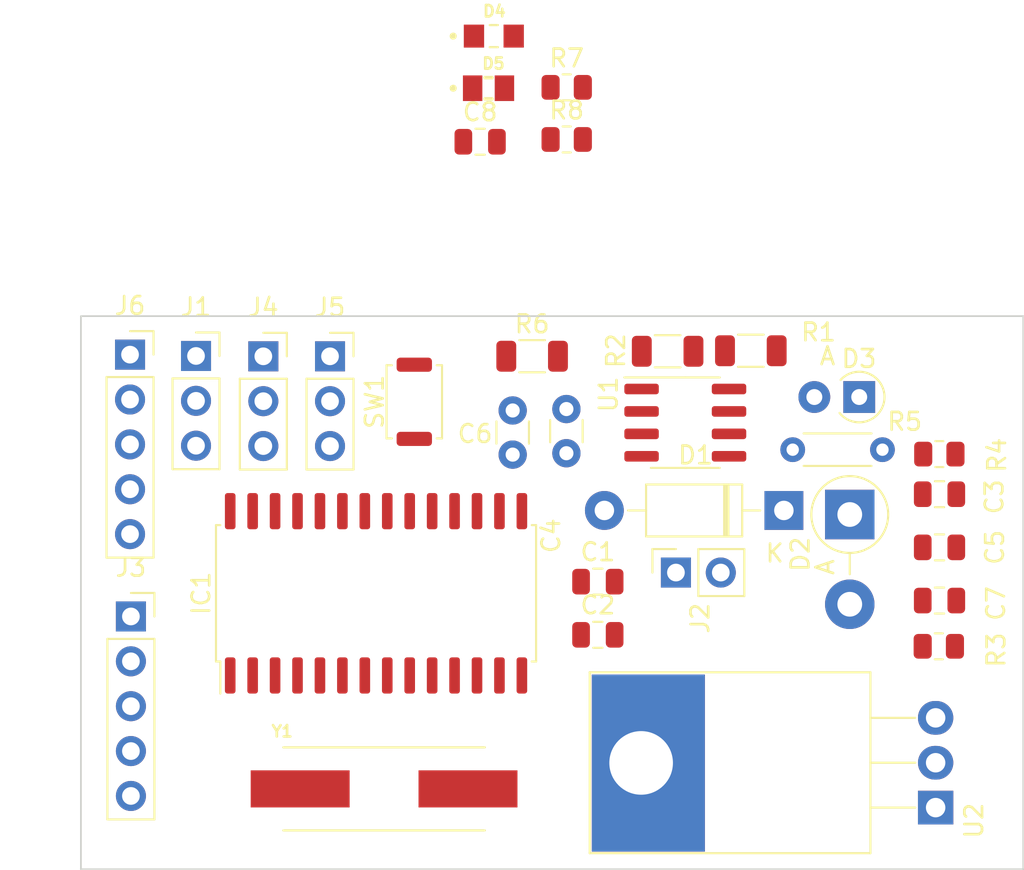
<source format=kicad_pcb>
(kicad_pcb (version 20221018) (generator pcbnew)
  (layers (0 "F.Cu" signal) (1 "In1.Cu" signal) (2 "In2.Cu" signal) (31 "B.Cu" signal) (34 "B.Paste" user) (35 "F.Paste" user) (36 "B.SilkS" user "B.Silkscreen") (37 "F.SilkS" user "F.Silkscreen") (38 "B.Mask" user) (39 "F.Mask" user) (44 "Edge.Cuts" user))
  (net 0 "")
  (net 1 "/V_{in}")
  (net 2 "Vout")
  (net 3 "Vin")
  (net 4 "GND")
  (net 5 "MCLR")
  (net 7 "/V_{div}")
  (net 8 "+VCC")
  (net 9 "VBAT")
  (net 10 "/Vled")
  (net 11 "XTAL1")
  (net 12 "XTAL2")
  (net 20 "PWM")
  (net 24 "TX")
  (net 25 "RX")
  (net 32 "PGC")
  (net 33 "/Vdd")
  (net 34 "PGD")
  (net 35 "PGM")
  (net 36 "/VAMP")
  (net 37 "/Vsw")
  (net 38 "PROG_MCLR")
  (net 39 "Vdrive")
  (net 41 "/Vfbk")
  (net 42 "/Vlr")
  (net 43 "/Vlb")
  (footprint "Diode_THT:D_DO-41_SOD81_P10.16mm_Horizontal" (layer "F.Cu") (at 123.44 61.73 180)
    (fp_text reference "D1" (at 5 3.13) (layer "F.SilkS"))
    (fp_text value "1N4002")
    (fp_text user "K" (at 0.52 -2.42) (layer "F.SilkS"))
    (fp_line (start 1.34 0) (end 2.36 0) (stroke (width 0.12)) (layer "F.SilkS"))
    (fp_line (start 2.36 -1.47) (end 2.36 1.47) (stroke (width 0.12)) (layer "F.SilkS"))
    (fp_line (start 2.36 1.47) (end 7.8 1.47) (stroke (width 0.12)) (layer "F.SilkS"))
    (fp_line (start 3.14 -1.47) (end 3.14 1.47) (stroke (width 0.12)) (layer "F.SilkS"))
    (fp_line (start 3.26 -1.47) (end 3.26 1.47) (stroke (width 0.12)) (layer "F.SilkS"))
    (fp_line (start 3.38 -1.47) (end 3.38 1.47) (stroke (width 0.12)) (layer "F.SilkS"))
    (fp_line (start 7.8 -1.47) (end 2.36 -1.47) (stroke (width 0.12)) (layer "F.SilkS"))
    (fp_line (start 7.8 1.47) (end 7.8 -1.47) (stroke (width 0.12)) (layer "F.SilkS"))
    (fp_line (start 8.82 0) (end 7.8 0) (stroke (width 0.12)) (layer "F.SilkS"))
    (pad "1" thru_hole rect (at 0 0 180) (size 2.2 2.2) (drill 1.1) (layers "*.Cu" "*.Mask") (net 1 "/V_{in}"))
    (pad "2" thru_hole oval (at 10.16 0 180) (size 2.2 2.2) (drill 1.1) (layers "*.Cu" "*.Mask") (net 9 "VBAT"))
  )
  (footprint "Connector_PinSocket_2.54mm:PinSocket_1x03_P2.54mm_Vertical" (layer "F.Cu") (at 90.165 52.985)
    (fp_text reference "J1" (at 0 -2.77) (layer "F.SilkS"))
    (fp_text value "ANALOG INPUT")
    (fp_line (start -1.33 1.27) (end -1.33 6.41) (stroke (width 0.12)) (layer "F.SilkS"))
    (fp_line (start -1.33 1.27) (end 1.33 1.27) (stroke (width 0.12)) (layer "F.SilkS"))
    (fp_line (start -1.33 6.41) (end 1.33 6.41) (stroke (width 0.12)) (layer "F.SilkS"))
    (fp_line (start 0 -1.33) (end 1.33 -1.33) (stroke (width 0.12)) (layer "F.SilkS"))
    (fp_line (start 1.33 -1.33) (end 1.33 0) (stroke (width 0.12)) (layer "F.SilkS"))
    (fp_line (start 1.33 1.27) (end 1.33 6.41) (stroke (width 0.12)) (layer "F.SilkS"))
    (pad "1" thru_hole rect (at 0 0) (size 1.7 1.7) (drill 1) (layers "*.Cu" "*.Mask") (net 8 "+VCC"))
    (pad "2" thru_hole oval (at 0 2.54) (size 1.7 1.7) (drill 1) (layers "*.Cu" "*.Mask") (net 4 "GND"))
    (pad "3" thru_hole oval (at 0 5.08) (size 1.7 1.7) (drill 1) (layers "*.Cu" "*.Mask") (net 3 "Vin"))
  )
  (footprint "LED_SMD:LEDC2012X70N" (layer "F.Cu") (at 106.7225 37.83)
    (fp_text reference "D5" (at 0.28 -1.395) (layer "F.SilkS") (effects (font (size 0.629921 0.629921))))
    (fp_text value "LED_BLUE")
    (fp_line (start -0.2 -0.6) (end 0.2 -0.6) (stroke (width 0.2)) (layer "F.SilkS"))
    (fp_line (start -0.2 0.6) (end 0.2 0.6) (stroke (width 0.2)) (layer "F.SilkS"))
    (fp_circle (center -2 0) (end -1.9 0) (stroke (width 0.2)) (fill none) (layer "F.SilkS"))
    (pad "A" smd rect (at 0.9 0) (size 1.1 1.45) (layers "F.Cu" "F.Paste" "F.Mask"))
    (pad "C" smd rect (at -0.9 0) (size 1.1 1.45) (layers "F.Cu" "F.Paste" "F.Mask"))
  )
  (footprint "Package_SO:SOIC-28W_7.5x17.9mm_P1.27mm" (layer "F.Cu") (at 100.355 66.42 90)
    (fp_text reference "IC1" (at 0 -9.9 90) (layer "F.SilkS"))
    (fp_text value "PIC18F258-I_SO")
    (fp_line (start -3.86 -9.06) (end -3.86 -8.815) (stroke (width 0.12)) (layer "F.SilkS"))
    (fp_line (start -3.86 -8.815) (end -5.675 -8.815) (stroke (width 0.12)) (layer "F.SilkS"))
    (fp_line (start -3.86 9.06) (end -3.86 8.815) (stroke (width 0.12)) (layer "F.SilkS"))
    (fp_line (start 0 -9.06) (end -3.86 -9.06) (stroke (width 0.12)) (layer "F.SilkS"))
    (fp_line (start 0 -9.06) (end 3.86 -9.06) (stroke (width 0.12)) (layer "F.SilkS"))
    (fp_line (start 0 9.06) (end -3.86 9.06) (stroke (width 0.12)) (layer "F.SilkS"))
    (fp_line (start 0 9.06) (end 3.86 9.06) (stroke (width 0.12)) (layer "F.SilkS"))
    (fp_line (start 3.86 -9.06) (end 3.86 -8.815) (stroke (width 0.12)) (layer "F.SilkS"))
    (fp_line (start 3.86 9.06) (end 3.86 8.815) (stroke (width 0.12)) (layer "F.SilkS"))
    (pad "1" smd roundrect (at -4.65 -8.255 90) (size 2.05 0.6) (layers "F.Cu" "F.Paste" "F.Mask") (net 5 "MCLR"))
    (pad "2" smd roundrect (at -4.65 -6.985 90) (size 2.05 0.6) (layers "F.Cu" "F.Paste" "F.Mask"))
    (pad "3" smd roundrect (at -4.65 -5.715 90) (size 2.05 0.6) (layers "F.Cu" "F.Paste" "F.Mask"))
    (pad "4" smd roundrect (at -4.65 -4.445 90) (size 2.05 0.6) (layers "F.Cu" "F.Paste" "F.Mask"))
    (pad "5" smd roundrect (at -4.65 -3.175 90) (size 2.05 0.6) (layers "F.Cu" "F.Paste" "F.Mask"))
    (pad "6" smd roundrect (at -4.65 -1.905 90) (size 2.05 0.6) (layers "F.Cu" "F.Paste" "F.Mask"))
    (pad "7" smd roundrect (at -4.65 -0.635 90) (size 2.05 0.6) (layers "F.Cu" "F.Paste" "F.Mask"))
    (pad "8" smd roundrect (at -4.65 0.635 90) (size 2.05 0.6) (layers "F.Cu" "F.Paste" "F.Mask") (net 4 "GND"))
    (pad "9" smd roundrect (at -4.65 1.905 90) (size 2.05 0.6) (layers "F.Cu" "F.Paste" "F.Mask") (net 11 "XTAL1"))
    (pad "10" smd roundrect (at -4.65 3.175 90) (size 2.05 0.6) (layers "F.Cu" "F.Paste" "F.Mask") (net 12 "XTAL2"))
    (pad "11" smd roundrect (at -4.65 4.445 90) (size 2.05 0.6) (layers "F.Cu" "F.Paste" "F.Mask"))
    (pad "12" smd roundrect (at -4.65 5.715 90) (size 2.05 0.6) (layers "F.Cu" "F.Paste" "F.Mask"))
    (pad "13" smd roundrect (at -4.65 6.985 90) (size 2.05 0.6) (layers "F.Cu" "F.Paste" "F.Mask") (net 20 "PWM"))
    (pad "14" smd roundrect (at -4.65 8.255 90) (size 2.05 0.6) (layers "F.Cu" "F.Paste" "F.Mask"))
    (pad "15" smd roundrect (at 4.65 8.255 90) (size 2.05 0.6) (layers "F.Cu" "F.Paste" "F.Mask"))
    (pad "16" smd roundrect (at 4.65 6.985 90) (size 2.05 0.6) (layers "F.Cu" "F.Paste" "F.Mask"))
    (pad "17" smd roundrect (at 4.65 5.715 90) (size 2.05 0.6) (layers "F.Cu" "F.Paste" "F.Mask") (net 24 "TX"))
    (pad "18" smd roundrect (at 4.65 4.445 90) (size 2.05 0.6) (layers "F.Cu" "F.Paste" "F.Mask") (net 25 "RX"))
    (pad "19" smd roundrect (at 4.65 3.175 90) (size 2.05 0.6) (layers "F.Cu" "F.Paste" "F.Mask"))
    (pad "20" smd roundrect (at 4.65 1.905 90) (size 2.05 0.6) (layers "F.Cu" "F.Paste" "F.Mask") (net 33 "/Vdd"))
    (pad "21" smd roundrect (at 4.65 0.635 90) (size 2.05 0.6) (layers "F.Cu" "F.Paste" "F.Mask"))
    (pad "22" smd roundrect (at 4.65 -0.635 90) (size 2.05 0.6) (layers "F.Cu" "F.Paste" "F.Mask"))
    (pad "23" smd roundrect (at 4.65 -1.905 90) (size 2.05 0.6) (layers "F.Cu" "F.Paste" "F.Mask"))
    (pad "24" smd roundrect (at 4.65 -3.175 90) (size 2.05 0.6) (layers "F.Cu" "F.Paste" "F.Mask"))
    (pad "25" smd roundrect (at 4.65 -4.445 90) (size 2.05 0.6) (layers "F.Cu" "F.Paste" "F.Mask"))
    (pad "26" smd roundrect (at 4.65 -5.715 90) (size 2.05 0.6) (layers "F.Cu" "F.Paste" "F.Mask") (net 35 "PGM"))
    (pad "27" smd roundrect (at 4.65 -6.985 90) (size 2.05 0.6) (layers "F.Cu" "F.Paste" "F.Mask") (net 32 "PGC"))
    (pad "28" smd roundrect (at 4.65 -8.255 90) (size 2.05 0.6) (layers "F.Cu" "F.Paste" "F.Mask") (net 34 "PGD"))
  )
  (footprint "Connector_PinSocket_2.54mm:PinSocket_1x05_P2.54mm_Vertical" (layer "F.Cu") (at 86.43 52.91)
    (fp_text reference "J6" (at 0 -2.77) (layer "F.SilkS"))
    (fp_text value "USART CON")
    (fp_line (start -1.33 1.27) (end -1.33 11.49) (stroke (width 0.12)) (layer "F.SilkS"))
    (fp_line (start -1.33 1.27) (end 1.33 1.27) (stroke (width 0.12)) (layer "F.SilkS"))
    (fp_line (start -1.33 11.49) (end 1.33 11.49) (stroke (width 0.12)) (layer "F.SilkS"))
    (fp_line (start 0 -1.33) (end 1.33 -1.33) (stroke (width 0.12)) (layer "F.SilkS"))
    (fp_line (start 1.33 -1.33) (end 1.33 0) (stroke (width 0.12)) (layer "F.SilkS"))
    (fp_line (start 1.33 1.27) (end 1.33 11.49) (stroke (width 0.12)) (layer "F.SilkS"))
    (pad "1" thru_hole rect (at 0 0) (size 1.7 1.7) (drill 1) (layers "*.Cu" "*.Mask") (net 4 "GND"))
    (pad "2" thru_hole oval (at 0 2.54) (size 1.7 1.7) (drill 1) (layers "*.Cu" "*.Mask"))
    (pad "3" thru_hole oval (at 0 5.08) (size 1.7 1.7) (drill 1) (layers "*.Cu" "*.Mask") (net 8 "+VCC"))
    (pad "4" thru_hole oval (at 0 7.62) (size 1.7 1.7) (drill 1) (layers "*.Cu" "*.Mask") (net 25 "RX"))
    (pad "5" thru_hole oval (at 0 10.16) (size 1.7 1.7) (drill 1) (layers "*.Cu" "*.Mask") (net 24 "TX"))
  )
  (footprint "Capacitor_SMD:C_0805_2012Metric" (layer "F.Cu") (at 106.2475 40.86)
    (fp_text reference "C8" (at 0 -1.68) (layer "F.SilkS"))
    (fp_text value "100n")
    (fp_line (start -0.261252 -0.735) (end 0.261252 -0.735) (stroke (width 0.12)) (layer "F.SilkS"))
    (fp_line (start -0.261252 0.735) (end 0.261252 0.735) (stroke (width 0.12)) (layer "F.SilkS"))
    (pad "1" smd roundrect (at -0.95 0) (size 1 1.45) (layers "F.Cu" "F.Paste" "F.Mask") (net 8 "+VCC"))
    (pad "2" smd roundrect (at 0.95 0) (size 1 1.45) (layers "F.Cu" "F.Paste" "F.Mask") (net 4 "GND"))
  )
  (footprint "Package_TO_SOT_THT:TO-220-3_Horizontal_TabDown" (layer "F.Cu") (at 132.03 78.55 90)
    (fp_text reference "U2" (at -0.74 2.17 90) (layer "F.SilkS"))
    (fp_text value "LM1117-ADJ")
    (fp_line (start -2.58 -19.58) (end -2.58 -3.69) (stroke (width 0.12)) (layer "F.SilkS"))
    (fp_line (start -2.58 -19.58) (end 7.66 -19.58) (stroke (width 0.12)) (layer "F.SilkS"))
    (fp_line (start -2.58 -3.69) (end 7.66 -3.69) (stroke (width 0.12)) (layer "F.SilkS"))
    (fp_line (start 0 -3.69) (end 0 -1.15) (stroke (width 0.12)) (layer "F.SilkS"))
    (fp_line (start 2.54 -3.69) (end 2.54 -1.15) (stroke (width 0.12)) (layer "F.SilkS"))
    (fp_line (start 5.08 -3.69) (end 5.08 -1.15) (stroke (width 0.12)) (layer "F.SilkS"))
    (fp_line (start 7.66 -19.58) (end 7.66 -3.69) (stroke (width 0.12)) (layer "F.SilkS"))
    (pad "" np_thru_hole oval (at 2.54 -16.66 90) (size 3.5 3.5) (drill 3.5) (layers "*.Cu" "*.Mask"))
    (pad "1" thru_hole rect (at 0 0 90) (size 1.905 2) (drill 1.1) (layers "*.Cu" "*.Mask") (net 7 "/V_{div}"))
    (pad "2" thru_hole oval (at 2.54 0 90) (size 1.905 2) (drill 1.1) (layers "*.Cu" "*.Mask") (net 8 "+VCC"))
    (pad "3" thru_hole oval (at 5.08 0 90) (size 1.905 2) (drill 1.1) (layers "*.Cu" "*.Mask") (net 1 "/V_{in}"))
    (pad "4" thru_hole rect (at 2.53 -16.67 90) (size 10.02 6.4) (drill 3.6 (offset -0.01 0.41)) (layers "*.Cu" "*.Mask") (net 8 "+VCC"))
  )
  (footprint "Resistor_SMD:R_0805_2012Metric" (layer "F.Cu") (at 132.24 58.54 180)
    (fp_text reference "R4" (at -3.26 -0.06 90) (layer "F.SilkS"))
    (fp_text value "1k")
    (fp_line (start -0.227064 -0.735) (end 0.227064 -0.735) (stroke (width 0.12)) (layer "F.SilkS"))
    (fp_line (start -0.227064 0.735) (end 0.227064 0.735) (stroke (width 0.12)) (layer "F.SilkS"))
    (pad "1" smd roundrect (at -0.9125 0 180) (size 1.025 1.4) (layers "F.Cu" "F.Paste" "F.Mask") (roundrect_rratio 0.243902) (net 7 "/V_{div}"))
    (pad "2" smd roundrect (at 0.9125 0 180) (size 1.025 1.4) (layers "F.Cu" "F.Paste" "F.Mask") (roundrect_rratio 0.243902) (net 4 "GND"))
  )
  (footprint "Capacitor_THT:C_Disc_D3.0mm_W1.6mm_P2.50mm" (layer "F.Cu") (at 111.13 55.99 -90)
    (fp_text reference "C4" (at 7.17 0.87 90) (layer "F.SilkS"))
    (fp_text value "1u")
    (fp_line (start 0.621 -0.92) (end 1.879 -0.92) (stroke (width 0.12)) (layer "F.SilkS"))
    (fp_line (start 0.621 0.92) (end 1.879 0.92) (stroke (width 0.12)) (layer "F.SilkS"))
    (pad "1" thru_hole circle (at 0 0 270) (size 1.6 1.6) (drill 0.8) (layers "*.Cu" "*.Mask") (net 1 "/V_{in}"))
    (pad "2" thru_hole circle (at 2.5 0 270) (size 1.6 1.6) (drill 0.8) (layers "*.Cu" "*.Mask") (net 4 "GND"))
  )
  (footprint "Capacitor_SMD:C_0805_2012Metric" (layer "F.Cu") (at 132.25 60.81 180)
    (fp_text reference "C3" (at -3.1 -0.15 90) (layer "F.SilkS"))
    (fp_text value "100n")
    (fp_line (start -0.261252 -0.735) (end 0.261252 -0.735) (stroke (width 0.12)) (layer "F.SilkS"))
    (fp_line (start -0.261252 0.735) (end 0.261252 0.735) (stroke (width 0.12)) (layer "F.SilkS"))
    (pad "1" smd roundrect (at -0.95 0 180) (size 1 1.45) (layers "F.Cu" "F.Paste" "F.Mask") (net 1 "/V_{in}"))
    (pad "2" smd roundrect (at 0.95 0 180) (size 1 1.45) (layers "F.Cu" "F.Paste" "F.Mask") (net 4 "GND"))
  )
  (footprint "Capacitor_THT:C_Disc_D3.0mm_W1.6mm_P2.50mm" (layer "F.Cu") (at 108.09 56.07 -90)
    (fp_text reference "C6" (at 1.32 2.13) (layer "F.SilkS"))
    (fp_text value "1u")
    (fp_line (start 0.621 -0.92) (end 1.879 -0.92) (stroke (width 0.12)) (layer "F.SilkS"))
    (fp_line (start 0.621 0.92) (end 1.879 0.92) (stroke (width 0.12)) (layer "F.SilkS"))
    (pad "1" thru_hole circle (at 0 0 270) (size 1.6 1.6) (drill 0.8) (layers "*.Cu" "*.Mask") (net 8 "+VCC"))
    (pad "2" thru_hole circle (at 2.5 0 270) (size 1.6 1.6) (drill 0.8) (layers "*.Cu" "*.Mask") (net 4 "GND"))
  )
  (footprint "Resistor_SMD:R_1206_3216Metric" (layer "F.Cu") (at 116.86 52.72 180)
    (fp_text reference "R2" (at 2.93 0.03 90) (layer "F.SilkS"))
    (fp_text value "68k")
    (fp_line (start -0.727064 -0.91) (end 0.727064 -0.91) (stroke (width 0.12)) (layer "F.SilkS"))
    (fp_line (start -0.727064 0.91) (end 0.727064 0.91) (stroke (width 0.12)) (layer "F.SilkS"))
    (pad "1" smd roundrect (at -1.4625 0 180) (size 1.125 1.75) (layers "F.Cu" "F.Paste" "F.Mask") (roundrect_rratio 0.222222) (net 41 "/Vfbk"))
    (pad "2" smd roundrect (at 1.4625 0 180) (size 1.125 1.75) (layers "F.Cu" "F.Paste" "F.Mask") (roundrect_rratio 0.222222) (net 36 "/VAMP"))
  )
  (footprint "Connector_PinSocket_2.54mm:PinSocket_1x05_P2.54mm_Vertical" (layer "F.Cu") (at 86.48 67.73)
    (fp_text reference "J3" (at 0 -2.77) (layer "F.SilkS"))
    (fp_text value "PROGRAMMING CON")
    (fp_line (start -1.33 1.27) (end -1.33 11.49) (stroke (width 0.12)) (layer "F.SilkS"))
    (fp_line (start -1.33 1.27) (end 1.33 1.27) (stroke (width 0.12)) (layer "F.SilkS"))
    (fp_line (start -1.33 11.49) (end 1.33 11.49) (stroke (width 0.12)) (layer "F.SilkS"))
    (fp_line (start 0 -1.33) (end 1.33 -1.33) (stroke (width 0.12)) (layer "F.SilkS"))
    (fp_line (start 1.33 -1.33) (end 1.33 0) (stroke (width 0.12)) (layer "F.SilkS"))
    (fp_line (start 1.33 1.27) (end 1.33 11.49) (stroke (width 0.12)) (layer "F.SilkS"))
    (pad "1" thru_hole rect (at 0 0) (size 1.7 1.7) (drill 1) (layers "*.Cu" "*.Mask") (net 38 "PROG_MCLR"))
    (pad "2" thru_hole oval (at 0 2.54) (size 1.7 1.7) (drill 1) (layers "*.Cu" "*.Mask") (net 8 "+VCC"))
    (pad "3" thru_hole oval (at 0 5.08) (size 1.7 1.7) (drill 1) (layers "*.Cu" "*.Mask") (net 4 "GND"))
    (pad "4" thru_hole oval (at 0 7.62) (size 1.7 1.7) (drill 1) (layers "*.Cu" "*.Mask") (net 34 "PGD"))
    (pad "5" thru_hole oval (at 0 10.16) (size 1.7 1.7) (drill 1) (layers "*.Cu" "*.Mask") (net 32 "PGC"))
  )
  (footprint "Capacitor_SMD:C_0805_2012Metric" (layer "F.Cu") (at 132.25 66.83 180)
    (fp_text reference "C7" (at -3.19 -0.16 90) (layer "F.SilkS"))
    (fp_text value "100n")
    (fp_line (start -0.261252 -0.735) (end 0.261252 -0.735) (stroke (width 0.12)) (layer "F.SilkS"))
    (fp_line (start -0.261252 0.735) (end 0.261252 0.735) (stroke (width 0.12)) (layer "F.SilkS"))
    (pad "1" smd roundrect (at -0.95 0 180) (size 1 1.45) (layers "F.Cu" "F.Paste" "F.Mask") (net 8 "+VCC"))
    (pad "2" smd roundrect (at 0.95 0 180) (size 1 1.45) (layers "F.Cu" "F.Paste" "F.Mask") (net 4 "GND"))
  )
  (footprint "Button_Switch_SMD:SW_Push_SPST_NO_Alps_SKRK" (layer "F.Cu") (at 102.52 55.58 90)
    (fp_text reference "SW1" (at 0 -2.25 90) (layer "F.SilkS"))
    (fp_text value "SW_Push")
    (fp_line (start -2.07 -1.57) (end 2.07 -1.57) (stroke (width 0.12)) (layer "F.SilkS"))
    (fp_line (start -2.07 -1.27) (end -2.07 -1.57) (stroke (width 0.12)) (layer "F.SilkS"))
    (fp_line (start -2.07 1.57) (end -2.07 1.27) (stroke (width 0.12)) (layer "F.SilkS"))
    (fp_line (start 2.07 -1.57) (end 2.07 -1.27) (stroke (width 0.12)) (layer "F.SilkS"))
    (fp_line (start 2.07 1.27) (end 2.07 1.57) (stroke (width 0.12)) (layer "F.SilkS"))
    (fp_line (start 2.07 1.57) (end -2.07 1.57) (stroke (width 0.12)) (layer "F.SilkS"))
    (pad "1" smd roundrect (at -2.1 0 90) (size 0.8 2) (layers "F.Cu" "F.Paste" "F.Mask") (net 37 "/Vsw"))
    (pad "2" smd roundrect (at 2.1 0 90) (size 0.8 2) (layers "F.Cu" "F.Paste" "F.Mask") (net 4 "GND"))
  )
  (footprint "Diode_THT:D_5W_P5.08mm_Vertical_AnodeUp" (layer "F.Cu") (at 127.17 61.96 -90)
    (fp_text reference "D2" (at 2.25 2.8 90) (layer "F.SilkS"))
    (fp_text value "15V")
    (fp_text user "A" (at 2.98 1.4 90) (layer "F.SilkS"))
    (fp_line (start 2.174899 0) (end 3.38 0) (stroke (width 0.12)) (layer "F.SilkS"))
    (fp_circle (center 0 0) (end 2.174899 0) (stroke (width 0.12)) (fill none) (layer "F.SilkS"))
    (pad "1" thru_hole rect (at 0 0 270) (size 2.8 2.8) (drill 1.4) (layers "*.Cu" "*.Mask") (net 1 "/V_{in}"))
    (pad "2" thru_hole oval (at 5.08 0 270) (size 2.8 2.8) (drill 1.4) (layers "*.Cu" "*.Mask") (net 4 "GND"))
  )
  (footprint "Package_SO:SOIC-8_3.9x4.9mm_P1.27mm" (layer "F.Cu") (at 117.86 56.76)
    (fp_text reference "U1" (at -4.35 -1.6 90) (layer "F.SilkS"))
    (fp_text value "LT1492")
    (fp_line (start 0 -2.56) (end -3.45 -2.56) (stroke (width 0.12)) (layer "F.SilkS"))
    (fp_line (start 0 -2.56) (end 1.95 -2.56) (stroke (width 0.12)) (layer "F.SilkS"))
    (fp_line (start 0 2.56) (end -1.95 2.56) (stroke (width 0.12)) (layer "F.SilkS"))
    (fp_line (start 0 2.56) (end 1.95 2.56) (stroke (width 0.12)) (layer "F.SilkS"))
    (pad "1" smd roundrect (at -2.475 -1.905) (size 1.95 0.6) (layers "F.Cu" "F.Paste" "F.Mask") (net 36 "/VAMP"))
    (pad "2" smd roundrect (at -2.475 -0.635) (size 1.95 0.6) (layers "F.Cu" "F.Paste" "F.Mask") (net 41 "/Vfbk"))
    (pad "3" smd roundrect (at -2.475 0.635) (size 1.95 0.6) (layers "F.Cu" "F.Paste" "F.Mask") (net 3 "Vin"))
    (pad "4" smd roundrect (at -2.475 1.905) (size 1.95 0.6) (layers "F.Cu" "F.Paste" "F.Mask") (net 4 "GND"))
    (pad "5" smd roundrect (at 2.475 1.905) (size 1.95 0.6) (layers "F.Cu" "F.Paste" "F.Mask") (net 39 "Vdrive"))
    (pad "6" smd roundrect (at 2.475 0.635) (size 1.95 0.6) (layers "F.Cu" "F.Paste" "F.Mask") (net 2 "Vout"))
    (pad "7" smd roundrect (at 2.475 -0.635) (size 1.95 0.6) (layers "F.Cu" "F.Paste" "F.Mask") (net 2 "Vout"))
    (pad "8" smd roundrect (at 2.475 -1.905) (size 1.95 0.6) (layers "F.Cu" "F.Paste" "F.Mask") (net 8 "+VCC"))
  )
  (footprint "Resistor_SMD:R_0805_2012Metric" (layer "F.Cu") (at 111.1475 40.73)
    (fp_text reference "R8" (at 0 -1.65) (layer "F.SilkS"))
    (fp_text value "100")
    (fp_line (start -0.227064 -0.735) (end 0.227064 -0.735) (stroke (width 0.12)) (layer "F.SilkS"))
    (fp_line (start -0.227064 0.735) (end 0.227064 0.735) (stroke (width 0.12)) (layer "F.SilkS"))
    (pad "1" smd roundrect (at -0.9125 0) (size 1.025 1.4) (layers "F.Cu" "F.Paste" "F.Mask") (roundrect_rratio 0.243902) (net 43 "/Vlb"))
    (pad "2" smd roundrect (at 0.9125 0) (size 1.025 1.4) (layers "F.Cu" "F.Paste" "F.Mask") (roundrect_rratio 0.243902) (net 4 "GND"))
  )
  (footprint "Resistor_SMD:R_1206_3216Metric" (layer "F.Cu") (at 121.57 52.69 180)
    (fp_text reference "R1" (at -3.83 1.05) (layer "F.SilkS"))
    (fp_text value "100k")
    (fp_line (start -0.727064 -0.91) (end 0.727064 -0.91) (stroke (width 0.12)) (layer "F.SilkS"))
    (fp_line (start -0.727064 0.91) (end 0.727064 0.91) (stroke (width 0.12)) (layer "F.SilkS"))
    (pad "1" smd roundrect (at -1.4625 0 180) (size 1.125 1.75) (layers "F.Cu" "F.Paste" "F.Mask") (roundrect_rratio 0.222222) (net 4 "GND"))
    (pad "2" smd roundrect (at 1.4625 0 180) (size 1.125 1.75) (layers "F.Cu" "F.Paste" "F.Mask") (roundrect_rratio 0.222222) (net 41 "/Vfbk"))
  )
  (footprint "Crystal:XTAL_ABLS2-16.000MHZ-D4Y-T" (layer "F.Cu") (at 100.81 77.49)
    (fp_text reference "Y1" (at -5.768 -3.2564) (layer "F.SilkS") (effects (font (size 0.64 0.64))))
    (fp_text value "ABLS2-16.000MHZ-D4Y-T")
    (fp_line (start -5.7 -2.35) (end 5.7 -2.35) (stroke (width 0.127)) (layer "F.SilkS"))
    (fp_line (start -5.7 2.35) (end 5.7 2.35) (stroke (width 0.127)) (layer "F.SilkS"))
    (pad "1" smd rect (at -4.75 0) (size 5.6 2.1) (layers "F.Cu" "F.Paste" "F.Mask") (net 11 "XTAL1"))
    (pad "2" smd rect (at 4.75 0) (size 5.6 2.1) (layers "F.Cu" "F.Paste" "F.Mask") (net 12 "XTAL2"))
  )
  (footprint "Resistor_SMD:R_0805_2012Metric" (layer "F.Cu") (at 111.1475 37.78)
    (fp_text reference "R7" (at 0 -1.65) (layer "F.SilkS"))
    (fp_text value "220")
    (fp_line (start -0.227064 -0.735) (end 0.227064 -0.735) (stroke (width 0.12)) (layer "F.SilkS"))
    (fp_line (start -0.227064 0.735) (end 0.227064 0.735) (stroke (width 0.12)) (layer "F.SilkS"))
    (pad "1" smd roundrect (at -0.9125 0) (size 1.025 1.4) (layers "F.Cu" "F.Paste" "F.Mask") (roundrect_rratio 0.243902) (net 42 "/Vlr"))
    (pad "2" smd roundrect (at 0.9125 0) (size 1.025 1.4) (layers "F.Cu" "F.Paste" "F.Mask") (roundrect_rratio 0.243902) (net 8 "+VCC"))
  )
  (footprint "Connector_PinSocket_2.54mm:PinSocket_1x02_P2.54mm_Vertical" (layer "F.Cu") (at 117.33 65.245 90)
    (fp_text reference "J2" (at -2.585 1.37 90) (layer "F.SilkS"))
    (fp_text value "Screw_Terminal_01x02")
    (fp_line (start -1.33 1.27) (end -1.33 3.87) (stroke (width 0.12)) (layer "F.SilkS"))
    (fp_line (start -1.33 1.27) (end 1.33 1.27) (stroke (width 0.12)) (layer "F.SilkS"))
    (fp_line (start -1.33 3.87) (end 1.33 3.87) (stroke (width 0.12)) (layer "F.SilkS"))
    (fp_line (start 0 -1.33) (end 1.33 -1.33) (stroke (width 0.12)) (layer "F.SilkS"))
    (fp_line (start 1.33 -1.33) (end 1.33 0) (stroke (width 0.12)) (layer "F.SilkS"))
    (fp_line (start 1.33 1.27) (end 1.33 3.87) (stroke (width 0.12)) (layer "F.SilkS"))
    (pad "1" thru_hole rect (at 0 0 90) (size 1.7 1.7) (drill 1) (layers "*.Cu" "*.Mask") (net 9 "VBAT"))
    (pad "2" thru_hole oval (at 0 2.54 90) (size 1.7 1.7) (drill 1) (layers "*.Cu" "*.Mask") (net 4 "GND"))
  )
  (footprint "Capacitor_SMD:C_0805_2012Metric" (layer "F.Cu") (at 112.91 68.77)
    (fp_text reference "C2" (at 0 -1.68) (layer "F.SilkS"))
    (fp_text value "30p")
    (fp_line (start -0.261252 -0.735) (end 0.261252 -0.735) (stroke (width 0.12)) (layer "F.SilkS"))
    (fp_line (start -0.261252 0.735) (end 0.261252 0.735) (stroke (width 0.12)) (layer "F.SilkS"))
    (pad "1" smd roundrect (at -0.95 0) (size 1 1.45) (layers "F.Cu" "F.Paste" "F.Mask") (net 12 "XTAL2"))
    (pad "2" smd roundrect (at 0.95 0) (size 1 1.45) (layers "F.Cu" "F.Paste" "F.Mask") (net 4 "GND"))
  )
  (footprint "Resistor_THT:R_Axial_DIN0204_L3.6mm_D1.6mm_P5.08mm_Horizontal" (layer "F.Cu") (at 129.02 58.29 180)
    (fp_text reference "R5" (at -1.26 1.59) (layer "F.SilkS"))
    (fp_text value "1k")
    (fp_line (start 0.62 -0.92) (end 4.46 -0.92) (stroke (width 0.12)) (layer "F.SilkS"))
    (fp_line (start 0.62 0.92) (end 4.46 0.92) (stroke (width 0.12)) (layer "F.SilkS"))
    (pad "1" thru_hole circle (at 0 0 180) (size 1.4 1.4) (drill 0.7) (layers "*.Cu" "*.Mask") (net 10 "/Vled"))
    (pad "2" thru_hole oval (at 5.08 0 180) (size 1.4 1.4) (drill 0.7) (layers "*.Cu" "*.Mask") (net 4 "GND"))
  )
  (footprint "Resistor_SMD:R_1206_3216Metric" (layer "F.Cu") (at 109.19 53)
    (fp_text reference "R6" (at 0 -1.82) (layer "F.SilkS"))
    (fp_text value "4.7k")
    (fp_line (start -0.727064 -0.91) (end 0.727064 -0.91) (stroke (width 0.12)) (layer "F.SilkS"))
    (fp_line (start -0.727064 0.91) (end 0.727064 0.91) (stroke (width 0.12)) (layer "F.SilkS"))
    (pad "1" smd roundrect (at -1.4625 0) (size 1.125 1.75) (layers "F.Cu" "F.Paste" "F.Mask") (roundrect_rratio 0.222222) (net 8 "+VCC"))
    (pad "2" smd roundrect (at 1.4625 0) (size 1.125 1.75) (layers "F.Cu" "F.Paste" "F.Mask") (roundrect_rratio 0.222222) (net 37 "/Vsw"))
  )
  (footprint "Connector_PinSocket_2.54mm:PinSocket_1x03_P2.54mm_Vertical" (layer "F.Cu") (at 93.975 53.005)
    (fp_text reference "J4" (at 0 -2.77) (layer "F.SilkS"))
    (fp_text value "JP2")
    (fp_line (start -1.33 1.27) (end -1.33 6.41) (stroke (width 0.12)) (layer "F.SilkS"))
    (fp_line (start -1.33 1.27) (end 1.33 1.27) (stroke (width 0.12)) (layer "F.SilkS"))
    (fp_line (start -1.33 6.41) (end 1.33 6.41) (stroke (width 0.12)) (layer "F.SilkS"))
    (fp_line (start 0 -1.33) (end 1.33 -1.33) (stroke (width 0.12)) (layer "F.SilkS"))
    (fp_line (start 1.33 -1.33) (end 1.33 0) (stroke (width 0.12)) (layer "F.SilkS"))
    (fp_line (start 1.33 1.27) (end 1.33 6.41) (stroke (width 0.12)) (layer "F.SilkS"))
    (pad "1" thru_hole rect (at 0 0) (size 1.7 1.7) (drill 1) (layers "*.Cu" "*.Mask") (net 36 "/VAMP"))
    (pad "2" thru_hole oval (at 0 2.54) (size 1.7 1.7) (drill 1) (layers "*.Cu" "*.Mask") (net 39 "Vdrive"))
    (pad "3" thru_hole oval (at 0 5.08) (size 1.7 1.7) (drill 1) (layers "*.Cu" "*.Mask") (net 20 "PWM"))
  )
  (footprint "LED_SMD:LED_7012X1" (layer "F.Cu") (at 107.0225 34.88)
    (fp_text reference "D4" (at 0.032 -1.4064) (layer "F.SilkS") (effects (font (size 0.64 0.64))))
    (fp_text value "LED_RED")
    (fp_line (start -0.23 -0.625) (end 0.23 -0.625) (stroke (width 0.127)) (layer "F.SilkS"))
    (fp_line (start -0.23 0.625) (end 0.23 0.625) (stroke (width 0.127)) (layer "F.SilkS"))
    (fp_circle (center -2.3 0) (end -2.2 0) (stroke (width 0.2)) (fill none) (layer "F.SilkS"))
    (pad "A" smd rect (at 1.125 0) (size 1.15 1.3) (layers "F.Cu" "F.Paste" "F.Mask"))
    (pad "C" smd rect (at -1.125 0) (size 1.15 1.3) (layers "F.Cu" "F.Paste" "F.Mask"))
  )
  (footprint "Connector_PinSocket_2.54mm:PinSocket_1x03_P2.54mm_Vertical" (layer "F.Cu") (at 97.75 53.005)
    (fp_text reference "J5" (at 0 -2.77) (layer "F.SilkS"))
    (fp_text value "JP1")
    (fp_line (start -1.33 1.27) (end -1.33 6.41) (stroke (width 0.12)) (layer "F.SilkS"))
    (fp_line (start -1.33 1.27) (end 1.33 1.27) (stroke (width 0.12)) (layer "F.SilkS"))
    (fp_line (start -1.33 6.41) (end 1.33 6.41) (stroke (width 0.12)) (layer "F.SilkS"))
    (fp_line (start 0 -1.33) (end 1.33 -1.33) (stroke (width 0.12)) (layer "F.SilkS"))
    (fp_line (start 1.33 -1.33) (end 1.33 0) (stroke (width 0.12)) (layer "F.SilkS"))
    (fp_line (start 1.33 1.27) (end 1.33 6.41) (stroke (width 0.12)) (layer "F.SilkS"))
    (pad "1" thru_hole rect (at 0 0) (size 1.7 1.7) (drill 1) (layers "*.Cu" "*.Mask") (net 37 "/Vsw"))
    (pad "2" thru_hole oval (at 0 2.54) (size 1.7 1.7) (drill 1) (layers "*.Cu" "*.Mask") (net 5 "MCLR"))
    (pad "3" thru_hole oval (at 0 5.08) (size 1.7 1.7) (drill 1) (layers "*.Cu" "*.Mask") (net 38 "PROG_MCLR"))
  )
  (footprint "Capacitor_SMD:C_0805_2012Metric" (layer "F.Cu") (at 132.25 63.82 180)
    (fp_text reference "C5" (at -3.13 0 90) (layer "F.SilkS"))
    (fp_text value "100n")
    (fp_line (start -0.261252 -0.735) (end 0.261252 -0.735) (stroke (width 0.12)) (layer "F.SilkS"))
    (fp_line (start -0.261252 0.735) (end 0.261252 0.735) (stroke (width 0.12)) (layer "F.SilkS"))
    (pad "1" smd roundrect (at -0.95 0 180) (size 1 1.45) (layers "F.Cu" "F.Paste" "F.Mask") (net 7 "/V_{div}"))
    (pad "2" smd roundrect (at 0.95 0 180) (size 1 1.45) (layers "F.Cu" "F.Paste" "F.Mask") (net 4 "GND"))
  )
  (footprint "Resistor_SMD:R_0805_2012Metric" (layer "F.Cu") (at 132.21 69.42)
    (fp_text reference "R3" (at 3.25 0.21 90) (layer "F.SilkS"))
    (fp_text value "2.2k")
    (fp_line (start -0.227064 -0.735) (end 0.227064 -0.735) (stroke (width 0.12)) (layer "F.SilkS"))
    (fp_line (start -0.227064 0.735) (end 0.227064 0.735) (stroke (width 0.12)) (layer "F.SilkS"))
    (pad "1" smd roundrect (at -0.9125 0) (size 1.025 1.4) (layers "F.Cu" "F.Paste" "F.Mask") (roundrect_rratio 0.243902) (net 8 "+VCC"))
    (pad "2" smd roundrect (at 0.9125 0) (size 1.025 1.4) (layers "F.Cu" "F.Paste" "F.Mask") (roundrect_rratio 0.243902) (net 7 "/V_{div}"))
  )
  (footprint "Diode_THT:D_A-405_P2.54mm_Vertical_AnodeUp" (layer "F.Cu") (at 127.705 55.31 180)
    (fp_text reference "D3" (at 0.015 2.17) (layer "F.SilkS"))
    (fp_text value "LED")
    (fp_text user "A" (at 1.795 2.32) (layer "F.SilkS"))
    (fp_arc (start 1.05385 0.968866) (mid -1.430816 -0.045469) (end 1.113239 -0.9) (stroke (width 0.12)) (layer "F.SilkS"))
    (pad "1" thru_hole rect (at 0 0 180) (size 1.8 1.8) (drill 0.9) (layers "*.Cu" "*.Mask") (net 10 "/Vled"))
    (pad "2" thru_hole oval (at 2.54 0 180) (size 1.8 1.8) (drill 0.9) (layers "*.Cu" "*.Mask") (net 2 "Vout"))
  )
  (footprint "Capacitor_SMD:C_0805_2012Metric" (layer "F.Cu") (at 112.91 65.76)
    (fp_text reference "C1" (at 0 -1.68) (layer "F.SilkS"))
    (fp_text value "30p")
    (fp_line (start -0.261252 -0.735) (end 0.261252 -0.735) (stroke (width 0.12)) (layer "F.SilkS"))
    (fp_line (start -0.261252 0.735) (end 0.261252 0.735) (stroke (width 0.12)) (layer "F.SilkS"))
    (pad "1" smd roundrect (at -0.95 0) (size 1 1.45) (layers "F.Cu" "F.Paste" "F.Mask") (net 11 "XTAL1"))
    (pad "2" smd roundrect (at 0.95 0) (size 1 1.45) (layers "F.Cu" "F.Paste" "F.Mask") (net 4 "GND"))
  )
  (gr_rect (start 83.65 50.73) (end 136.99 82.04) (stroke (width 0.1)) (fill none) (layer "Edge.Cuts"))
)
</source>
